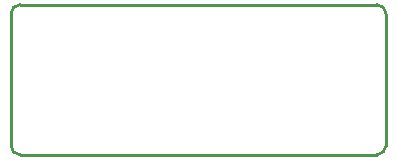
<source format=gbr>
G04 (created by PCBNEW (2013-jul-07)-stable) date Sun 25 Jun 2017 04:49:44 PM PDT*
%MOIN*%
G04 Gerber Fmt 3.4, Leading zero omitted, Abs format*
%FSLAX34Y34*%
G01*
G70*
G90*
G04 APERTURE LIST*
%ADD10C,0.00590551*%
%ADD11C,0.01*%
G04 APERTURE END LIST*
G54D10*
G54D11*
X20000Y-24700D02*
X20000Y-20300D01*
X32200Y-25000D02*
X20300Y-25000D01*
X32500Y-20300D02*
X32500Y-24700D01*
X20300Y-20000D02*
X32200Y-20000D01*
X32200Y-25000D02*
G75*
G03X32500Y-24700I0J300D01*
G74*
G01*
X20000Y-24700D02*
G75*
G03X20300Y-25000I300J0D01*
G74*
G01*
X32500Y-20300D02*
G75*
G03X32200Y-20000I-300J0D01*
G74*
G01*
X20300Y-20000D02*
G75*
G03X20000Y-20300I0J-300D01*
G74*
G01*
M02*

</source>
